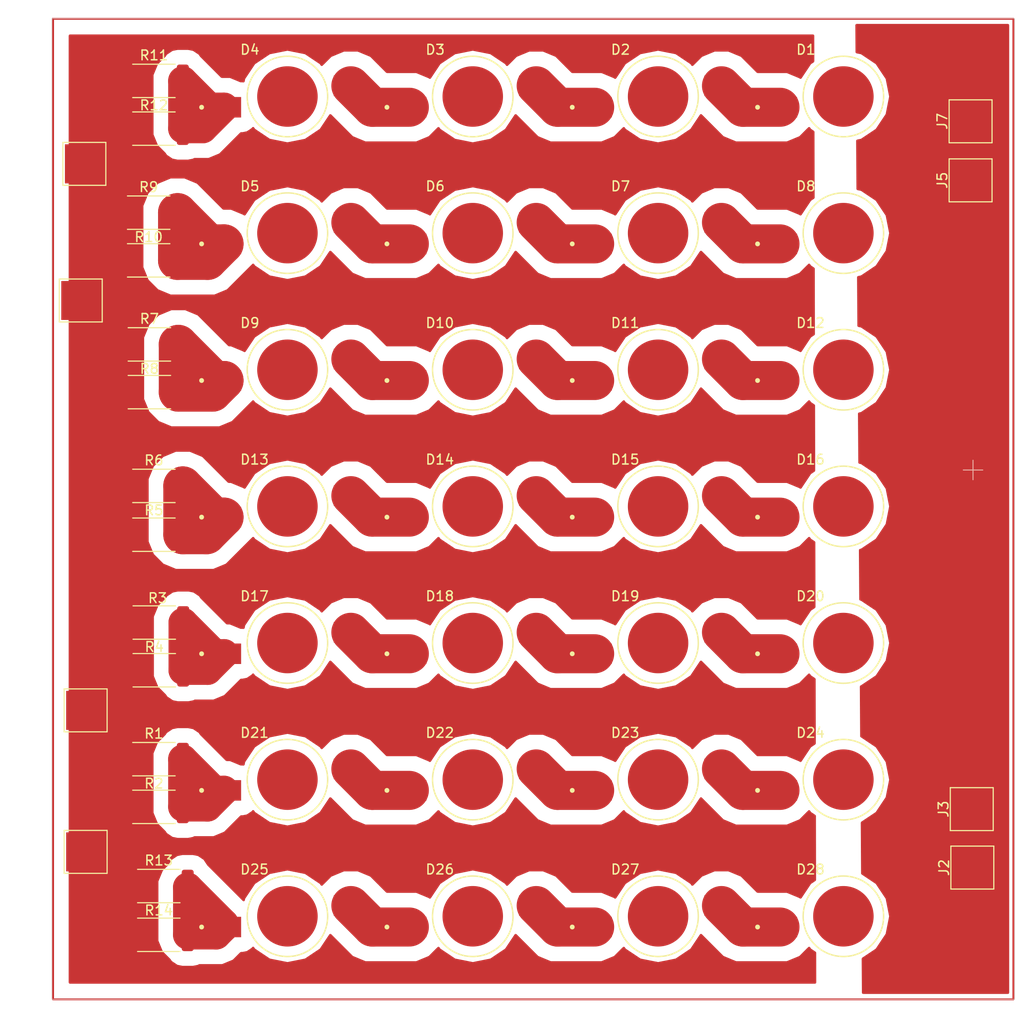
<source format=kicad_pcb>
(kicad_pcb (version 20240108) (generator "pcbnew") (generator_version "8.0")
  (layers (0 "F.Cu" signal) (31 "B.Cu" signal) (34 "B.Paste" user) (35 "F.Paste" user) (36 "B.SilkS" user "B.Silkscreen") (37 "F.SilkS" user "F.Silkscreen") (38 "B.Mask" user) (39 "F.Mask" user) (44 "Edge.Cuts" user))
  (net 0 "")
  (net 1 "GND")
  (net 2 "+12V")
  (net 3 "Net-(D1-K)")
  (net 4 "Net-(D2-K)")
  (net 5 "Net-(D5-A)")
  (net 6 "Net-(D7-A)")
  (net 7 "Net-(D5-K)")
  (net 8 "Net-(D10-A)")
  (net 9 "Net-(D11-A)")
  (net 10 "Net-(D13-A)")
  (net 11 "Net-(D14-A)")
  (net 12 "Net-(D6-A)")
  (net 13 "Net-(D17-A)")
  (net 14 "Net-(D19-A)")
  (net 15 "Net-(D22-A)")
  (net 16 "Net-(D23-A)")
  (net 17 "Net-(D3-K)")
  (net 18 "Net-(D4-K)")
  (net 19 "Net-(D9-K)")
  (net 20 "Net-(D10-K)")
  (net 21 "Net-(D13-K)")
  (net 22 "Net-(D15-A)")
  (net 23 "Net-(D17-K)")
  (net 24 "Net-(D18-A)")
  (net 25 "Net-(D21-K)")
  (net 26 "Net-(D21-A)")
  (net 27 "Net-(D25-K)")
  (net 28 "Net-(D25-A)")
  (net 29 "Net-(D26-A)")
  (net 30 "Net-(D27-A)")
  (footprint "TestPoint:TestPoint_Pad_4.0x4.0mm" (layer "F.Cu") (at 294.37 107 90)
    (property "Reference" "J8" (hide yes))
    (property "Value" "Conn_01x01" (hide yes))
    (fp_line (start 2.2 -2.2) (end 2.2 2.2) (stroke (width 0.12)) (layer "F.SilkS"))
    (fp_line (start -2.2 -2.2) (end 2.2 -2.2) (stroke (width 0.12)) (layer "F.SilkS"))
    (fp_line (start 2.2 2.2) (end -2.2 2.2) (stroke (width 0.12)) (layer "F.SilkS"))
    (fp_line (start -2.2 2.2) (end -2.2 -2.2) (stroke (width 0.12)) (layer "F.SilkS"))
    (pad "1" smd rect (at 0 0 90) (size 4 4) (layers "F.Cu" "F.Mask") (net 1 "GND"))
  )
  (footprint "Resistor_SMD:R_2512_6332Metric" (layer "F.Cu") (at 301.5 145)
    (property "Reference" "R5" (at 0 -2.5 0) (layer "F.SilkS"))
    (property "Value" "R")
    (fp_line (start -2.177064 -1.71) (end 2.177064 -1.71) (stroke (width 0.12)) (layer "F.SilkS"))
    (fp_line (start -2.177064 1.71) (end 2.177064 1.71) (stroke (width 0.12)) (layer "F.SilkS"))
    (pad "1" smd roundrect (at -2.9625 0) (size 1.225 3.35) (layers "F.Cu" "F.Paste" "F.Mask") (roundrect_rratio 0.204082) (net 1 "GND"))
    (pad "2" smd roundrect (at 2.9625 0) (size 1.225 3.35) (layers "F.Cu" "F.Paste" "F.Mask") (roundrect_rratio 0.204082) (net 21 "Net-(D13-K)"))
  )
  (footprint "Resistor_SMD:R_2512_6332Metric" (layer "F.Cu") (at 302 186)
    (property "Reference" "R14" (at 0 -2.5 0) (layer "F.SilkS"))
    (property "Value" "R")
    (fp_line (start -2.177064 -1.71) (end 2.177064 -1.71) (stroke (width 0.12)) (layer "F.SilkS"))
    (fp_line (start -2.177064 1.71) (end 2.177064 1.71) (stroke (width 0.12)) (layer "F.SilkS"))
    (pad "1" smd roundrect (at -2.9625 0) (size 1.225 3.35) (layers "F.Cu" "F.Paste" "F.Mask") (roundrect_rratio 0.204082) (net 1 "GND"))
    (pad "2" smd roundrect (at 2.9625 0) (size 1.225 3.35) (layers "F.Cu" "F.Paste" "F.Mask") (roundrect_rratio 0.204082) (net 27 "Net-(D25-K)"))
  )
  (footprint "eec.models:Lumex-SML-LXL8047USBCTR3-MFG" (layer "F.Cu") (at 353.19 142.1)
    (property "Reference" "D15" (at -4.925 -4.8 0) (layer "F.SilkS") (effects (justify left)))
    (property "Value" "LED")
    (fp_circle (center -8.8 1.1) (end -8.675 1.1) (stroke (width 0.25)) (fill none) (layer "F.SilkS"))
    (fp_circle (center 0 0) (end 4.125 0) (stroke (width 0.15)) (fill none) (layer "F.SilkS"))
    (pad "1" smd rect (at -6.5 1.1) (size 3.5 2.1) (layers "F.Cu" "F.Paste" "F.Mask") (net 11 "Net-(D14-A)"))
    (pad "2" smd rect (at 6.5 -1.1) (size 3.5 2.1) (layers "F.Cu" "F.Paste" "F.Mask") (net 22 "Net-(D15-A)"))
    (pad "3" smd circle (at 0 0) (size 6.2 6.2) (layers "F.Cu" "F.Paste" "F.Mask"))
  )
  (footprint "Resistor_SMD:R_2512_6332Metric" (layer "F.Cu") (at 301.0375 130.39)
    (property "Reference" "R8" (at 0 -2.39 0) (layer "F.SilkS"))
    (property "Value" "R")
    (fp_line (start -2.177064 -1.71) (end 2.177064 -1.71) (stroke (width 0.12)) (layer "F.SilkS"))
    (fp_line (start -2.177064 1.71) (end 2.177064 1.71) (stroke (width 0.12)) (layer "F.SilkS"))
    (pad "1" smd roundrect (at -2.9625 0) (size 1.225 3.35) (layers "F.Cu" "F.Paste" "F.Mask") (roundrect_rratio 0.204082) (net 1 "GND"))
    (pad "2" smd roundrect (at 2.9625 0) (size 1.225 3.35) (layers "F.Cu" "F.Paste" "F.Mask") (roundrect_rratio 0.204082) (net 19 "Net-(D9-K)"))
  )
  (footprint "eec.models:Lumex-SML-LXL8047USBCTR3-MFG" (layer "F.Cu") (at 334.19 114.1)
    (property "Reference" "D6" (at -4.925 -4.8 0) (layer "F.SilkS") (effects (justify left)))
    (property "Value" "LED")
    (fp_circle (center -8.8 1.1) (end -8.675 1.1) (stroke (width 0.25)) (fill none) (layer "F.SilkS"))
    (fp_circle (center 0 0) (end 4.125 0) (stroke (width 0.15)) (fill none) (layer "F.SilkS"))
    (pad "1" smd rect (at -6.5 1.1) (size 3.5 2.1) (layers "F.Cu" "F.Paste" "F.Mask") (net 5 "Net-(D5-A)"))
    (pad "2" smd rect (at 6.5 -1.1) (size 3.5 2.1) (layers "F.Cu" "F.Paste" "F.Mask") (net 12 "Net-(D6-A)"))
    (pad "3" smd circle (at 0 0) (size 6.2 6.2) (layers "F.Cu" "F.Paste" "F.Mask"))
  )
  (footprint "eec.models:Lumex-SML-LXL8047USBCTR3-MFG" (layer "F.Cu") (at 315.19 114.1)
    (property "Reference" "D5" (at -4.925 -4.8 0) (layer "F.SilkS") (effects (justify left)))
    (property "Value" "LED")
    (fp_circle (center -8.8 1.1) (end -8.675 1.1) (stroke (width 0.25)) (fill none) (layer "F.SilkS"))
    (fp_circle (center 0 0) (end 4.125 0) (stroke (width 0.15)) (fill none) (layer "F.SilkS"))
    (pad "1" smd rect (at -6.5 1.1) (size 3.5 2.1) (layers "F.Cu" "F.Paste" "F.Mask") (net 7 "Net-(D5-K)"))
    (pad "2" smd rect (at 6.5 -1.1) (size 3.5 2.1) (layers "F.Cu" "F.Paste" "F.Mask") (net 5 "Net-(D5-A)"))
    (pad "3" smd circle (at 0 0) (size 6.2 6.2) (layers "F.Cu" "F.Paste" "F.Mask"))
  )
  (footprint "eec.models:Lumex-SML-LXL8047USBCTR3-MFG" (layer "F.Cu") (at 372.19 128.1)
    (property "Reference" "D12" (at -4.925 -4.8 0) (layer "F.SilkS") (effects (justify left)))
    (property "Value" "LED")
    (fp_circle (center -8.8 1.1) (end -8.675 1.1) (stroke (width 0.25)) (fill none) (layer "F.SilkS"))
    (fp_circle (center 0 0) (end 4.125 0) (stroke (width 0.15)) (fill none) (layer "F.SilkS"))
    (pad "1" smd rect (at -6.5 1.1) (size 3.5 2.1) (layers "F.Cu" "F.Paste" "F.Mask") (net 9 "Net-(D11-A)"))
    (pad "2" smd rect (at 6.5 -1.1) (size 3.5 2.1) (layers "F.Cu" "F.Paste" "F.Mask") (net 2 "+12V"))
    (pad "3" smd circle (at 0 0) (size 6.2 6.2) (layers "F.Cu" "F.Paste" "F.Mask"))
  )
  (footprint "Resistor_SMD:R_2512_6332Metric" (layer "F.Cu") (at 301.0375 125.5)
    (property "Reference" "R7" (at 0 -2.62 0) (layer "F.SilkS"))
    (property "Value" "R")
    (fp_line (start -2.177064 -1.71) (end 2.177064 -1.71) (stroke (width 0.12)) (layer "F.SilkS"))
    (fp_line (start -2.177064 1.71) (end 2.177064 1.71) (stroke (width 0.12)) (layer "F.SilkS"))
    (pad "1" smd roundrect (at -2.9625 0) (size 1.225 3.35) (layers "F.Cu" "F.Paste" "F.Mask") (roundrect_rratio 0.204082) (net 1 "GND"))
    (pad "2" smd roundrect (at 2.9625 0) (size 1.225 3.35) (layers "F.Cu" "F.Paste" "F.Mask") (roundrect_rratio 0.204082) (net 19 "Net-(D9-K)"))
  )
  (footprint "TestPoint:TestPoint_Pad_4.0x4.0mm" (layer "F.Cu") (at 385.23 108.69 90)
    (property "Reference" "J5" (at 0 -2.898 90) (layer "F.SilkS"))
    (property "Value" "Conn_01x01" (hide yes))
    (fp_line (start 2.2 -2.2) (end 2.2 2.2) (stroke (width 0.12)) (layer "F.SilkS"))
    (fp_line (start -2.2 -2.2) (end 2.2 -2.2) (stroke (width 0.12)) (layer "F.SilkS"))
    (fp_line (start 2.2 2.2) (end -2.2 2.2) (stroke (width 0.12)) (layer "F.SilkS"))
    (fp_line (start -2.2 2.2) (end -2.2 -2.2) (stroke (width 0.12)) (layer "F.SilkS"))
    (pad "1" smd rect (at 0 0 90) (size 4 4) (layers "F.Cu" "F.Mask") (net 2 "+12V"))
  )
  (footprint "eec.models:Lumex-SML-LXL8047USBCTR3-MFG" (layer "F.Cu") (at 372.19 142.1)
    (property "Reference" "D16" (at -4.925 -4.8 0) (layer "F.SilkS") (effects (justify left)))
    (property "Value" "LED")
    (fp_circle (center -8.8 1.1) (end -8.675 1.1) (stroke (width 0.25)) (fill none) (layer "F.SilkS"))
    (fp_circle (center 0 0) (end 4.125 0) (stroke (width 0.15)) (fill none) (layer "F.SilkS"))
    (pad "1" smd rect (at -6.5 1.1) (size 3.5 2.1) (layers "F.Cu" "F.Paste" "F.Mask") (net 22 "Net-(D15-A)"))
    (pad "2" smd rect (at 6.5 -1.1) (size 3.5 2.1) (layers "F.Cu" "F.Paste" "F.Mask") (net 2 "+12V"))
    (pad "3" smd circle (at 0 0) (size 6.2 6.2) (layers "F.Cu" "F.Paste" "F.Mask"))
  )
  (footprint "eec.models:Lumex-SML-LXL8047USBCTR3-MFG" (layer "F.Cu") (at 353.19 170.1)
    (property "Reference" "D23" (at -4.925 -4.8 0) (layer "F.SilkS") (effects (justify left)))
    (property "Value" "LED")
    (fp_circle (center -8.8 1.1) (end -8.675 1.1) (stroke (width 0.25)) (fill none) (layer "F.SilkS"))
    (fp_circle (center 0 0) (end 4.125 0) (stroke (width 0.15)) (fill none) (layer "F.SilkS"))
    (pad "1" smd rect (at -6.5 1.1) (size 3.5 2.1) (layers "F.Cu" "F.Paste" "F.Mask") (net 15 "Net-(D22-A)"))
    (pad "2" smd rect (at 6.5 -1.1) (size 3.5 2.1) (layers "F.Cu" "F.Paste" "F.Mask") (net 16 "Net-(D23-A)"))
    (pad "3" smd circle (at 0 0) (size 6.2 6.2) (layers "F.Cu" "F.Paste" "F.Mask"))
  )
  (footprint "Resistor_SMD:R_2512_6332Metric" (layer "F.Cu") (at 300.9625 116.89)
    (property "Reference" "R10" (at 0 -2.39 0) (layer "F.SilkS"))
    (property "Value" "R")
    (fp_line (start -2.177064 -1.71) (end 2.177064 -1.71) (stroke (width 0.12)) (layer "F.SilkS"))
    (fp_line (start -2.177064 1.71) (end 2.177064 1.71) (stroke (width 0.12)) (layer "F.SilkS"))
    (pad "1" smd roundrect (at -2.9625 0) (size 1.225 3.35) (layers "F.Cu" "F.Paste" "F.Mask") (roundrect_rratio 0.204082) (net 1 "GND"))
    (pad "2" smd roundrect (at 2.9625 0) (size 1.225 3.35) (layers "F.Cu" "F.Paste" "F.Mask") (roundrect_rratio 0.204082) (net 7 "Net-(D5-K)"))
  )
  (footprint "Resistor_SMD:R_2512_6332Metric" (layer "F.Cu") (at 300.9625 112)
    (property "Reference" "R9" (at 0 -2.62 0) (layer "F.SilkS"))
    (property "Value" "R")
    (fp_line (start -2.177064 -1.71) (end 2.177064 -1.71) (stroke (width 0.12)) (layer "F.SilkS"))
    (fp_line (start -2.177064 1.71) (end 2.177064 1.71) (stroke (width 0.12)) (layer "F.SilkS"))
    (pad "1" smd roundrect (at -2.9625 0) (size 1.225 3.35) (layers "F.Cu" "F.Paste" "F.Mask") (roundrect_rratio 0.204082) (net 1 "GND"))
    (pad "2" smd roundrect (at 2.9625 0) (size 1.225 3.35) (layers "F.Cu" "F.Paste" "F.Mask") (roundrect_rratio 0.204082) (net 7 "Net-(D5-K)"))
  )
  (footprint "eec.models:Lumex-SML-LXL8047USBCTR3-MFG" (layer "F.Cu") (at 334.19 100.1)
    (property "Reference" "D3" (at -4.925 -4.8 0) (layer "F.SilkS") (effects (justify left)))
    (property "Value" "LED")
    (fp_circle (center -8.8 1.1) (end -8.675 1.1) (stroke (width 0.25)) (fill none) (layer "F.SilkS"))
    (fp_circle (center 0 0) (end 4.125 0) (stroke (width 0.15)) (fill none) (layer "F.SilkS"))
    (pad "1" smd rect (at -6.5 1.1) (size 3.5 2.1) (layers "F.Cu" "F.Paste" "F.Mask") (net 17 "Net-(D3-K)"))
    (pad "2" smd rect (at 6.5 -1.1) (size 3.5 2.1) (layers "F.Cu" "F.Paste" "F.Mask") (net 4 "Net-(D2-K)"))
    (pad "3" smd circle (at 0 0) (size 6.2 6.2) (layers "F.Cu" "F.Paste" "F.Mask"))
  )
  (footprint "eec.models:Lumex-SML-LXL8047USBCTR3-MFG" (layer "F.Cu") (at 334.19 142.1)
    (property "Reference" "D14" (at -4.925 -4.8 0) (layer "F.SilkS") (effects (justify left)))
    (property "Value" "LED")
    (fp_circle (center -8.8 1.1) (end -8.675 1.1) (stroke (width 0.25)) (fill none) (layer "F.SilkS"))
    (fp_circle (center 0 0) (end 4.125 0) (stroke (width 0.15)) (fill none) (layer "F.SilkS"))
    (pad "1" smd rect (at -6.5 1.1) (size 3.5 2.1) (layers "F.Cu" "F.Paste" "F.Mask") (net 10 "Net-(D13-A)"))
    (pad "2" smd rect (at 6.5 -1.1) (size 3.5 2.1) (layers "F.Cu" "F.Paste" "F.Mask") (net 11 "Net-(D14-A)"))
    (pad "3" smd circle (at 0 0) (size 6.2 6.2) (layers "F.Cu" "F.Paste" "F.Mask"))
  )
  (footprint "eec.models:Lumex-SML-LXL8047USBCTR3-MFG" (layer "F.Cu") (at 334.19 128.1)
    (property "Reference" "D10" (at -4.925 -4.8 0) (layer "F.SilkS") (effects (justify left)))
    (property "Value" "LED")
    (fp_circle (center -8.8 1.1) (end -8.675 1.1) (stroke (width 0.25)) (fill none) (layer "F.SilkS"))
    (fp_circle (center 0 0) (end 4.125 0) (stroke (width 0.15)) (fill none) (layer "F.SilkS"))
    (pad "1" smd rect (at -6.5 1.1) (size 3.5 2.1) (layers "F.Cu" "F.Paste" "F.Mask") (net 20 "Net-(D10-K)"))
    (pad "2" smd rect (at 6.5 -1.1) (size 3.5 2.1) (layers "F.Cu" "F.Paste" "F.Mask") (net 8 "Net-(D10-A)"))
    (pad "3" smd circle (at 0 0) (size 6.2 6.2) (layers "F.Cu" "F.Paste" "F.Mask"))
  )
  (footprint "TestPoint:TestPoint_Pad_4.0x4.0mm" (layer "F.Cu") (at 385.23 102.64 90)
    (property "Reference" "J7" (at 0 -2.898 90) (layer "F.SilkS"))
    (property "Value" "Conn_01x01" (hide yes))
    (fp_line (start 2.2 -2.2) (end 2.2 2.2) (stroke (width 0.12)) (layer "F.SilkS"))
    (fp_line (start -2.2 -2.2) (end 2.2 -2.2) (stroke (width 0.12)) (layer "F.SilkS"))
    (fp_line (start 2.2 2.2) (end -2.2 2.2) (stroke (width 0.12)) (layer "F.SilkS"))
    (fp_line (start -2.2 2.2) (end -2.2 -2.2) (stroke (width 0.12)) (layer "F.SilkS"))
    (pad "1" smd rect (at 0 0 90) (size 4 4) (layers "F.Cu" "F.Mask") (net 2 "+12V"))
  )
  (footprint "Resistor_SMD:R_2512_6332Metric" (layer "F.Cu") (at 301.5 103.39)
    (property "Reference" "R12" (at 0 -2.39 0) (layer "F.SilkS"))
    (property "Value" "R")
    (fp_line (start -2.177064 -1.71) (end 2.177064 -1.71) (stroke (width 0.12)) (layer "F.SilkS"))
    (fp_line (start -2.177064 1.71) (end 2.177064 1.71) (stroke (width 0.12)) (layer "F.SilkS"))
    (pad "1" smd roundrect (at -2.9625 0) (size 1.225 3.35) (layers "F.Cu" "F.Paste" "F.Mask") (roundrect_rratio 0.204082) (net 1 "GND"))
    (pad "2" smd roundrect (at 2.9625 0) (size 1.225 3.35) (layers "F.Cu" "F.Paste" "F.Mask") (roundrect_rratio 0.204082) (net 18 "Net-(D4-K)"))
  )
  (footprint "TestPoint:TestPoint_Pad_4.0x4.0mm" (layer "F.Cu") (at 385.41 179.11 90)
    (property "Reference" "J2" (at 0 -2.898 90) (layer "F.SilkS"))
    (property "Value" "Conn_01x01" (hide yes))
    (fp_line (start 2.2 -2.2) (end 2.2 2.2) (stroke (width 0.12)) (layer "F.SilkS"))
    (fp_line (start -2.2 -2.2) (end 2.2 -2.2) (stroke (width 0.12)) (layer "F.SilkS"))
    (fp_line (start 2.2 2.2) (end -2.2 2.2) (stroke (width 0.12)) (layer "F.SilkS"))
    (fp_line (start -2.2 2.2) (end -2.2 -2.2) (stroke (width 0.12)) (layer "F.SilkS"))
    (pad "1" smd rect (at 0 0 90) (size 4 4) (layers "F.Cu" "F.Mask") (net 2 "+12V"))
  )
  (footprint "eec.models:Lumex-SML-LXL8047USBCTR3-MFG" (layer "F.Cu") (at 315.19 156.1)
    (property "Reference" "D17" (at -4.925 -4.8 0) (layer "F.SilkS") (effects (justify left)))
    (property "Value" "LED")
    (fp_circle (center -8.8 1.1) (end -8.675 1.1) (stroke (width 0.25)) (fill none) (layer "F.SilkS"))
    (fp_circle (center 0 0) (end 4.125 0) (stroke (width 0.15)) (fill none) (layer "F.SilkS"))
    (pad "1" smd rect (at -6.5 1.1) (size 3.5 2.1) (layers "F.Cu" "F.Paste" "F.Mask") (net 23 "Net-(D17-K)"))
    (pad "2" smd rect (at 6.5 -1.1) (size 3.5 2.1) (layers "F.Cu" "F.Paste" "F.Mask") (net 13 "Net-(D17-A)"))
    (pad "3" smd circle (at 0 0) (size 6.2 6.2) (layers "F.Cu" "F.Paste" "F.Mask"))
  )
  (footprint "Resistor_SMD:R_2512_6332Metric" (layer "F.Cu") (at 301.5 98.5)
    (property "Reference" "R11" (at 0 -2.62 0) (layer "F.SilkS"))
    (property "Value" "R")
    (fp_line (start -2.177064 -1.71) (end 2.177064 -1.71) (stroke (width 0.12)) (layer "F.SilkS"))
    (fp_line (start -2.177064 1.71) (end 2.177064 1.71) (stroke (width 0.12)) (layer "F.SilkS"))
    (pad "1" smd roundrect (at -2.9625 0) (size 1.225 3.35) (layers "F.Cu" "F.Paste" "F.Mask") (roundrect_rratio 0.204082) (net 1 "GND"))
    (pad "2" smd roundrect (at 2.9625 0) (size 1.225 3.35) (layers "F.Cu" "F.Paste" "F.Mask") (roundrect_rratio 0.204082) (net 18 "Net-(D4-K)"))
  )
  (footprint "TestPoint:TestPoint_Pad_4.0x4.0mm" (layer "F.Cu") (at 385.35 173.12 90)
    (property "Reference" "J3" (at 0 -2.898 90) (layer "F.SilkS"))
    (property "Value" "Conn_01x01" (hide yes))
    (fp_line (start 2.2 -2.2) (end 2.2 2.2) (stroke (width 0.12)) (layer "F.SilkS"))
    (fp_line (start -2.2 -2.2) (end 2.2 -2.2) (stroke (width 0.12)) (layer "F.SilkS"))
    (fp_line (start 2.2 2.2) (end -2.2 2.2) (stroke (width 0.12)) (layer "F.SilkS"))
    (fp_line (start -2.2 2.2) (end -2.2 -2.2) (stroke (width 0.12)) (layer "F.SilkS"))
    (pad "1" smd rect (at 0 0 90) (size 4 4) (layers "F.Cu" "F.Mask") (net 2 "+12V"))
  )
  (footprint "eec.models:Lumex-SML-LXL8047USBCTR3-MFG" (layer "F.Cu") (at 315.19 184.1)
    (property "Reference" "D25" (at -4.925 -4.8 0) (layer "F.SilkS") (effects (justify left)))
    (property "Value" "LED")
    (fp_circle (center -8.8 1.1) (end -8.675 1.1) (stroke (width 0.25)) (fill none) (layer "F.SilkS"))
    (fp_circle (center 0 0) (end 4.125 0) (stroke (width 0.15)) (fill none) (layer "F.SilkS"))
    (pad "1" smd rect (at -6.5 1.1) (size 3.5 2.1) (layers "F.Cu" "F.Paste" "F.Mask") (net 27 "Net-(D25-K)"))
    (pad "2" smd rect (at 6.5 -1.1) (size 3.5 2.1) (layers "F.Cu" "F.Paste" "F.Mask") (net 28 "Net-(D25-A)"))
    (pad "3" smd circle (at 0 0) (size 6.2 6.2) (layers "F.Cu" "F.Paste" "F.Mask"))
  )
  (footprint "eec.models:Lumex-SML-LXL8047USBCTR3-MFG" (layer "F.Cu") (at 353.19 100.1)
    (property "Reference" "D2" (at -4.925 -4.8 0) (layer "F.SilkS") (effects (justify left)))
    (property "Value" "LED")
    (fp_circle (center -8.8 1.1) (end -8.675 1.1) (stroke (width 0.25)) (fill none) (layer "F.SilkS"))
    (fp_circle (center 0 0) (end 4.125 0) (stroke (width 0.15)) (fill none) (layer "F.SilkS"))
    (pad "1" smd rect (at -6.5 1.1) (size 3.5 2.1) (layers "F.Cu" "F.Paste" "F.Mask") (net 4 "Net-(D2-K)"))
    (pad "2" smd rect (at 6.5 -1.1) (size 3.5 2.1) (layers "F.Cu" "F.Paste" "F.Mask") (net 3 "Net-(D1-K)"))
    (pad "3" smd circle (at 0 0) (size 6.2 6.2) (layers "F.Cu" "F.Paste" "F.Mask"))
  )
  (footprint "Resistor_SMD:R_2512_6332Metric" (layer "F.Cu") (at 302 181)
    (property "Reference" "R13" (at 0 -2.62 0) (layer "F.SilkS"))
    (property "Value" "R")
    (fp_line (start -2.177064 -1.71) (end 2.177064 -1.71) (stroke (width 0.12)) (layer "F.SilkS"))
    (fp_line (start -2.177064 1.71) (end 2.177064 1.71) (stroke (width 0.12)) (layer "F.SilkS"))
    (pad "1" smd roundrect (at -2.9625 0) (size 1.225 3.35) (layers "F.Cu" "F.Paste" "F.Mask") (roundrect_rratio 0.204082) (net 1 "GND"))
    (pad "2" smd roundrect (at 2.9625 0) (size 1.225 3.35) (layers "F.Cu" "F.Paste" "F.Mask") (roundrect_rratio 0.204082) (net 27 "Net-(D25-K)"))
  )
  (footprint "eec.models:Lumex-SML-LXL8047USBCTR3-MFG" (layer "F.Cu") (at 372.19 114.1)
    (property "Reference" "D8" (at -4.925 -4.8 0) (layer "F.SilkS") (effects (justify left)))
    (property "Value" "LED")
    (fp_circle (center -8.8 1.1) (end -8.675 1.1) (stroke (width 0.25)) (fill none) (layer "F.SilkS"))
    (fp_circle (center 0 0) (end 4.125 0) (stroke (width 0.15)) (fill none) (layer "F.SilkS"))
    (pad "1" smd rect (at -6.5 1.1) (size 3.5 2.1) (layers "F.Cu" "F.Paste" "F.Mask") (net 6 "Net-(D7-A)"))
    (pad "2" smd rect (at 6.5 -1.1) (size 3.5 2.1) (layers "F.Cu" "F.Paste" "F.Mask") (net 2 "+12V"))
    (pad "3" smd circle (at 0 0) (size 6.2 6.2) (layers "F.Cu" "F.Paste" "F.Mask"))
  )
  (footprint "TestPoint:TestPoint_Pad_4.0x4.0mm" (layer "F.Cu") (at 294.5 177.5 90)
    (property "Reference" "J4" (hide yes))
    (property "Value" "Conn_01x01" (hide yes))
    (fp_line (start 2.2 -2.2) (end 2.2 2.2) (stroke (width 0.12)) (layer "F.SilkS"))
    (fp_line (start -2.2 -2.2) (end 2.2 -2.2) (stroke (width 0.12)) (layer "F.SilkS"))
    (fp_line (start 2.2 2.2) (end -2.2 2.2) (stroke (width 0.12)) (layer "F.SilkS"))
    (fp_line (start -2.2 2.2) (end -2.2 -2.2) (stroke (width 0.12)) (layer "F.SilkS"))
    (pad "1" smd rect (at 0 0 90) (size 4 4) (layers "F.Cu" "F.Mask") (net 1 "GND"))
  )
  (footprint "eec.models:Lumex-SML-LXL8047USBCTR3-MFG" (layer "F.Cu") (at 334.19 156.1)
    (property "Reference" "D18" (at -4.925 -4.8 0) (layer "F.SilkS") (effects (justify left)))
    (property "Value" "LED")
    (fp_circle (center -8.8 1.1) (end -8.675 1.1) (stroke (width 0.25)) (fill none) (layer "F.SilkS"))
    (fp_circle (center 0 0) (end 4.125 0) (stroke (width 0.15)) (fill none) (layer "F.SilkS"))
    (pad "1" smd rect (at -6.5 1.1) (size 3.5 2.1) (layers "F.Cu" "F.Paste" "F.Mask") (net 13 "Net-(D17-A)"))
    (pad "2" smd rect (at 6.5 -1.1) (size 3.5 2.1) (layers "F.Cu" "F.Paste" "F.Mask") (net 24 "Net-(D18-A)"))
    (pad "3" smd circle (at 0 0) (size 6.2 6.2) (layers "F.Cu" "F.Paste" "F.Mask"))
  )
  (footprint "eec.models:Lumex-SML-LXL8047USBCTR3-MFG" (layer "F.Cu") (at 353.19 184.1)
    (property "Reference" "D27" (at -4.925 -4.8 0) (layer "F.SilkS") (effects (justify left)))
    (property "Value" "LED")
    (fp_circle (center -8.8 1.1) (end -8.675 1.1) (stroke (width 0.25)) (fill none) (layer "F.SilkS"))
    (fp_circle (center 0 0) (end 4.125 0) (stroke (width 0.15)) (fill none) (layer "F.SilkS"))
    (pad "1" smd rect (at -6.5 1.1) (size 3.5 2.1) (layers "F.Cu" "F.Paste" "F.Mask") (net 29 "Net-(D26-A)"))
    (pad "2" smd rect (at 6.5 -1.1) (size 3.5 2.1) (layers "F.Cu" "F.Paste" "F.Mask") (net 30 "Net-(D27-A)"))
    (pad "3" smd circle (at 0 0) (size 6.2 6.2) (layers "F.Cu" "F.Paste" "F.Mask"))
  )
  (footprint "eec.models:Lumex-SML-LXL8047USBCTR3-MFG" (layer "F.Cu") (at 353.19 156.1)
    (property "Reference" "D19" (at -4.925 -4.8 0) (layer "F.SilkS") (effects (justify left)))
    (property "Value" "LED")
    (fp_circle (center -8.8 1.1) (end -8.675 1.1) (stroke (width 0.25)) (fill none) (layer "F.SilkS"))
    (fp_circle (center 0 0) (end 4.125 0) (stroke (width 0.15)) (fill none) (layer "F.SilkS"))
    (pad "1" smd rect (at -6.5 1.1) (size 3.5 2.1) (layers "F.Cu" "F.Paste" "F.Mask") (net 24 "Net-(D18-A)"))
    (pad "2" smd rect (at 6.5 -1.1) (size 3.5 2.1) (layers "F.Cu" "F.Paste" "F.Mask") (net 14 "Net-(D19-A)"))
    (pad "3" smd circle (at 0 0) (size 6.2 6.2) (layers "F.Cu" "F.Paste" "F.Mask"))
  )
  (footprint "eec.models:Lumex-SML-LXL8047USBCTR3-MFG" (layer "F.Cu") (at 372.19 100.1)
    (property "Reference" "D1" (at -4.925 -4.8 0) (layer "F.SilkS") (effects (justify left)))
    (property "Value" "LED")
    (fp_circle (center -8.8 1.1) (end -8.675 1.1) (stroke (width 0.25)) (fill none) (layer "F.SilkS"))
    (fp_circle (center 0 0) (end 4.125 0) (stroke (width 0.15)) (fill none) (layer "F.SilkS"))
    (pad "1" smd rect (at -6.5 1.1) (size 3.5 2.1) (layers "F.Cu" "F.Paste" "F.Mask") (net 3 "Net-(D1-K)"))
    (pad "2" smd rect (at 6.5 -1.1) (size 3.5 2.1) (layers "F.Cu" "F.Paste" "F.Mask") (net 2 "+12V"))
    (pad "3" smd circle (at 0 0) (size 6.2 6.2) (layers "F.Cu" "F.Paste" "F.Mask"))
  )
  (footprint "eec.models:Lumex-SML-LXL8047USBCTR3-MFG" (layer "F.Cu") (at 315.19 128.1)
    (property "Reference" "D9" (at -4.925 -4.8 0) (layer "F.SilkS") (effects (justify left)))
    (property "Value" "LED")
    (fp_circle (center -8.8 1.1) (end -8.675 1.1) (stroke (width 0.25)) (fill none) (layer "F.SilkS"))
    (fp_circle (center 0 0) (end 4.125 0) (stroke (width 0.15)) (fill none) (layer "F.SilkS"))
    (pad "1" smd rect (at -6.5 1.1) (size 3.5 2.1) (layers "F.Cu" "F.Paste" "F.Mask") (net 19 "Net-(D9-K)"))
    (pad "2" smd rect (at 6.5 -1.1) (size 3.5 2.1) (layers "F.Cu" "F.Paste" "F.Mask") (net 20 "Net-(D10-K)"))
    (pad "3" smd circle (at 0 0) (size 6.2 6.2) (layers "F.Cu" "F.Paste" "F.Mask"))
  )
  (footprint "eec.models:Lumex-SML-LXL8047USBCTR3-MFG" (layer "F.Cu") (at 372.19 184.1)
    (property "Reference" "D28" (at -4.925 -4.8 0) (layer "F.SilkS") (effects (justify left)))
    (property "Value" "LED")
    (fp_circle (center -8.8 1.1) (end -8.675 1.1) (stroke (width 0.25)) (fill none) (layer "F.SilkS"))
    (fp_circle (center 0 0) (end 4.125 0) (stroke (width 0.15)) (fill none) (layer "F.SilkS"))
    (pad "1" smd rect (at -6.5 1.1) (size 3.5 2.1) (layers "F.Cu" "F.Paste" "F.Mask") (net 30 "Net-(D27-A)"))
    (pad "2" smd rect (at 6.5 -1.1) (size 3.5 2.1) (layers "F.Cu" "F.Paste" "F.Mask") (net 2 "+12V"))
    (pad "3" smd circle (at 0 0) (size 6.2 6.2) (layers "F.Cu" "F.Paste" "F.Mask"))
  )
  (footprint "eec.models:Lumex-SML-LXL8047USBCTR3-MFG" (layer "F.Cu") (at 353.19 114.1)
    (property "Reference" "D7" (at -4.925 -4.8 0) (layer "F.SilkS") (effects (justify left)))
    (property "Value" "LED")
    (fp_circle (center -8.8 1.1) (end -8.675 1.1) (stroke (width 0.25)) (fill none) (layer "F.SilkS"))
    (fp_circle (center 0 0) (end 4.125 0) (stroke (width 0.15)) (fill none) (layer "F.SilkS"))
    (pad "1" smd rect (at -6.5 1.1) (size 3.5 2.1) (layers "F.Cu" "F.Paste" "F.Mask") (net 12 "Net-(D6-A)"))
    (pad "2" smd rect (at 6.5 -1.1) (size 3.5 2.1) (layers "F.Cu" "F.Paste" "F.Mask") (net 6 "Net-(D7-A)"))
    (pad "3" smd circle (at 0 0) (size 6.2 6.2) (layers "F.Cu" "F.Paste" "F.Mask"))
  )
  (footprint "eec.models:Lumex-SML-LXL8047USBCTR3-MFG" (layer "F.Cu") (at 334.19 184.1)
    (property "Reference" "D26" (at -4.925 -4.8 0) (layer "F.SilkS") (effects (justify left)))
    (property "Value" "LED")
    (fp_circle (center -8.8 1.1) (end -8.675 1.1) (stroke (width 0.25)) (fill none) (layer "F.SilkS"))
    (fp_circle (center 0 0) (end 4.125 0) (stroke (width 0.15)) (fill none) (layer "F.SilkS"))
    (pad "1" smd rect (at -6.5 1.1) (size 3.5 2.1) (layers "F.Cu" "F.Paste" "F.Mask") (net 28 "Net-(D25-A)"))
    (pad "2" smd rect (at 6.5 -1.1) (size 3.5 2.1) (layers "F.Cu" "F.Paste" "F.Mask") (net 29 "Net-(D26-A)"))
    (pad "3" smd circle (at 0 0) (size 6.2 6.2) (layers "F.Cu" "F.Paste" "F.Mask"))
  )
  (footprint "Resistor_SMD:R_2512_6332Metric" (layer "F.Cu") (at 301.5 172.89)
    (property "Reference" "R2" (at 0 -2.39 0) (layer "F.SilkS"))
    (property "Value" "R")
    (fp_line (start -2.177064 -1.71) (end 2.177064 -1.71) (stroke (width 0.12)) (layer "F.SilkS"))
    (fp_line (start -2.177064 1.71) (end 2.177064 1.71) (stroke (width 0.12)) (layer "F.SilkS"))
    (pad "1" smd roundrect (at -2.9625 0) (size 1.225 3.35) (layers "F.Cu" "F.Paste" "F.Mask") (roundrect_rratio 0.204082) (net 1 "GND"))
    (pad "2" smd roundrect (at 2.9625 0) (size 1.225 3.35) (layers "F.Cu" "F.Paste" "F.Mask") (roundrect_rratio 0.204082) (net 25 "Net-(D21-K)"))
  )
  (footprint "Resistor_SMD:R_2512_6332Metric" (layer "F.Cu") (at 301.5375 154)
    (property "Reference" "R3" (at 0.3425 -2.5 0) (layer "F.SilkS"))
    (property "Value" "R")
    (fp_line (start -2.177064 -1.71) (end 2.177064 -1.71) (stroke (width 0.12)) (layer "F.SilkS"))
    (fp_line (start -2.177064 1.71) (end 2.177064 1.71) (stroke (width 0.12)) (layer "F.SilkS"))
    (pad "1" smd roundrect (at -2.9625 0) (size 1.225 3.35) (layers "F.Cu" "F.Paste" "F.Mask") (roundrect_rratio 0.204082) (net 1 "GND"))
    (pad "2" smd roundrect (at 2.9625 0) (size 1.225 3.35) (layers "F.Cu" "F.Paste" "F.Mask") (roundrect_rratio 0.204082) (net 23 "Net-(D17-K)"))
  )
  (footprint "eec.models:Lumex-SML-LXL8047USBCTR3-MFG" (layer "F.Cu") (at 334.19 170.1)
    (property "Reference" "D22" (at -4.925 -4.8 0) (layer "F.SilkS") (effects (justify left)))
    (property "Value" "LED")
    (fp_circle (center -8.8 1.1) (end -8.675 1.1) (stroke (width 0.25)) (fill none) (layer "F.SilkS"))
    (fp_circle (center 0 0) (end 4.125 0) (stroke (width 0.15)) (fill none) (layer "F.SilkS"))
    (pad "1" smd rect (at -6.5 1.1) (size 3.5 2.1) (layers "F.Cu" "F.Paste" "F.Mask") (net 26 "Net-(D21-A)"))
    (pad "2" smd rect (at 6.5 -1.1) (size 3.5 2.1) (layers "F.Cu" "F.Paste" "F.Mask") (net 15 "Net-(D22-A)"))
    (pad "3" smd circle (at 0 0) (size 6.2 6.2) (layers "F.Cu" "F.Paste" "F.Mask"))
  )
  (footprint "Resistor_SMD:R_2512_6332Metric" (layer "F.Cu") (at 301.5 168)
    (property "Reference" "R1" (at 0 -2.62 0) (layer "F.SilkS"))
    (property "Value" "R")
    (fp_line (start -2.177064 -1.71) (end 2.177064 -1.71) (stroke (width 0.12)) (layer "F.SilkS"))
    (fp_line (start -2.177064 1.71) (end 2.177064 1.71) (stroke (width 0.12)) (layer "F.SilkS"))
    (pad "1" smd roundrect (at -2.9625 0) (size 1.225 3.35) (layers "F.Cu" "F.Paste" "F.Mask") (roundrect_rratio 0.204082) (net 1 "GND"))
    (pad "2" smd roundrect (at 2.9625 0) (size 1.225 3.35) (layers "F.Cu" "F.Paste" "F.Mask") (roundrect_rratio 0.204082) (net 25 "Net-(D21-K)"))
  )
  (footprint "TestPoint:TestPoint_Pad_4.0x4.0mm" (layer "F.Cu") (at 294.5 163 90)
    (property "Reference" "J6" (hide yes))
    (property "Value" "Conn_01x01" (hide yes))
    (fp_line (start 2.2 -2.2) (end 2.2 2.2) (stroke (width 0.12)) (layer "F.SilkS"))
    (fp_line (start -2.2 -2.2) (end 2.2 -2.2) (stroke (width 0.12)) (layer "F.SilkS"))
    (fp_line (start 2.2 2.2) (end -2.2 2.2) (stroke (width 0.12)) (layer "F.SilkS"))
    (fp_line (start -2.2 2.2) (end -2.2 -2.2) (stroke (width 0.12)) (layer "F.SilkS"))
    (pad "1" smd rect (at 0 0 90) (size 4 4) (layers "F.Cu" "F.Mask") (net 1 "GND"))
  )
  (footprint "eec.models:Lumex-SML-LXL8047USBCTR3-MFG" (layer "F.Cu") (at 315.19 100.1)
    (property "Reference" "D4" (at -4.925 -4.8 0) (layer "F.SilkS") (effects (justify left)))
    (property "Value" "LED")
    (fp_circle (center -8.8 1.1) (end -8.675 1.1) (stroke (width 0.25)) (fill none) (layer "F.SilkS"))
    (fp_circle (center 0 0) (end 4.125 0) (stroke (width 0.15)) (fill none) (layer "F.SilkS"))
    (pad "1" smd rect (at -6.5 1.1) (size 3.5 2.1) (layers "F.Cu" "F.Paste" "F.Mask") (net 18 "Net-(D4-K)"))
    (pad "2" smd rect (at 6.5 -1.1) (size 3.5 2.1) (layers "F.Cu" "F.Paste" "F.Mask") (net 17 "Net-(D3-K)"))
    (pad "3" smd circle (at 0 0) (size 6.2 6.2) (layers "F.Cu" "F.Paste" "F.Mask"))
  )
  (footprint "eec.models:Lumex-SML-LXL8047USBCTR3-MFG" (layer "F.Cu") (at 315.19 170.1)
    (property "Reference" "D21" (at -4.925 -4.8 0) (layer "F.SilkS") (effects (justify left)))
    (property "Value" "LED")
    (fp_circle (center -8.8 1.1) (end -8.675 1.1) (stroke (width 0.25)) (fill none) (layer "F.SilkS"))
    (fp_circle (center 0 0) (end 4.125 0) (stroke (width 0.15)) (fill none) (layer "F.SilkS"))
    (pad "1" smd rect (at -6.5 1.1) (size 3.5 2.1) (layers "F.Cu" "F.Paste" "F.Mask") (net 25 "Net-(D21-K)"))
    (pad "2" smd rect (at 6.5 -1.1) (size 3.5 2.1) (layers "F.Cu" "F.Paste" "F.Mask") (net 26 "Net-(D21-A)"))
    (pad "3" smd circle (at 0 0) (size 6.2 6.2) (layers "F.Cu" "F.Paste" "F.Mask"))
  )
  (footprint "TestPoint:TestPoint_Pad_4.0x4.0mm" (layer "F.Cu") (at 294 121 90)
    (property "Reference" "J1" (hide yes))
    (property "Value" "Conn_01x01" (hide yes))
    (fp_line (start 2.2 -2.2) (end 2.2 2.2) (stroke (width 0.12)) (layer "F.SilkS"))
    (fp_line (start -2.2 -2.2) (end 2.2 -2.2) (stroke (width 0.12)) (layer "F.SilkS"))
    (fp_line (start 2.2 2.2) (end -2.2 2.2) (stroke (width 0.12)) (layer "F.SilkS"))
    (fp_line (start -2.2 2.2) (end -2.2 -2.2) (stroke (width 0.12)) (layer "F.SilkS"))
    (pad "1" smd rect (at 0 0 90) (size 4 4) (layers "F.Cu" "F.Mask") (net 1 "GND"))
  )
  (footprint "eec.models:Lumex-SML-LXL8047USBCTR3-MFG" (layer "F.Cu") (at 315.19 142.1)
    (property "Reference" "D13" (at -4.925 -4.8 0) (layer "F.SilkS") (effects (justify left)))
    (property "Value" "LED")
    (fp_circle (center -8.8 1.1) (end -8.675 1.1) (stroke (width 0.25)) (fill none) (layer "F.SilkS"))
    (fp_circle (center 0 0) (end 4.125 0) (stroke (width 0.15)) (fill none) (layer "F.SilkS"))
    (pad "1" smd rect (at -6.5 1.1) (size 3.5 2.1) (layers "F.Cu" "F.Paste" "F.Mask") (net 21 "Net-(D13-K)"))
    (pad "2" smd rect (at 6.5 -1.1) (size 3.5 2.1) (layers "F.Cu" "F.Paste" "F.Mask") (net 10 "Net-(D13-A)"))
    (pad "3" smd circle (at 0 0) (size 6.2 6.2) (layers "F.Cu" "F.Paste" "F.Mask"))
  )
  (footprint "Resistor_SMD:R_2512_6332Metric" (layer "F.Cu") (at 301.5375 158.89)
    (property "Reference" "R4" (at 0 -2.39 0) (layer "F.SilkS"))
    (property "Value" "R")
    (fp_line (start -2.177064 -1.71) (end 2.177064 -1.71) (stroke (width 0.12)) (layer "F.SilkS"))
    (fp_line (start -2.177064 1.71) (end 2.177064 1.71) (stroke (width 0.12)) (layer "F.SilkS"))
    (pad "1" smd roundrect (at -2.9625 0) (size 1.225 3.35) (layers "F.Cu" "F.Paste" "F.Mask") (roundrect_rratio 0.204082) (net 1 "GND"))
    (pad "2" smd roundrect (at 2.9625 0) (size 1.225 3.35) (layers "F.Cu" "F.Paste" "F.Mask") (roundrect_rratio 0.204082) (net 23 "Net-(D17-K)"))
  )
  (footprint "eec.models:Lumex-SML-LXL8047USBCTR3-MFG" (layer "F.Cu") (at 372.19 156.1)
    (property "Reference" "D20" (at -4.925 -4.8 0) (layer "F.SilkS") (effects (justify left)))
    (property "Value" "LED")
    (fp_circle (center -8.8 1.1) (end -8.675 1.1) (stroke (width 0.25)) (fill none) (layer "F.SilkS"))
    (fp_circle (center 0 0) (end 4.125 0) (stroke (width 0.15)) (fill none) (layer "F.SilkS"))
    (pad "1" smd rect (at -6.5 1.1) (size 3.5 2.1) (layers "F.Cu" "F.Paste" "F.Mask") (net 14 "Net-(D19-A)"))
    (pad "2" smd rect (at 6.5 -1.1) (size 3.5 2.1) (layers "F.Cu" "F.Paste" "F.Mask") (net 2 "+12V"))
    (pad "3" smd circle (at 0 0) (size 6.2 6.2) (layers "F.Cu" "F.Paste" "F.Mask"))
  )
  (footprint "Resistor_SMD:R_2512_6332Metric" (layer "F.Cu") (at 301.5 140)
    (property "Reference" "R6" (at 0 -2.62 0) (layer "F.SilkS"))
    (property "Value" "R")
    (fp_line (start -2.177064 -1.71) (end 2.177064 -1.71) (stroke (width 0.12)) (layer "F.SilkS"))
    (fp_line (start -2.177064 1.71) (end 2.177064 1.71) (stroke (width 0.12)) (layer "F.SilkS"))
    (pad "1" smd roundrect (at -2.9625 0) (size 1.225 3.35) (layers "F.Cu" "F.Paste" "F.Mask") (roundrect_rratio 0.204082) (net 1 "GND"))
    (pad "2" smd roundrect (at 2.9625 0) (size 1.225 3.35) (layers "F.Cu" "F.Paste" "F.Mask") (roundrect_rratio 0.204082) (net 21 "Net-(D13-K)"))
  )
  (footprint "eec.models:Lumex-SML-LXL8047USBCTR3-MFG" (layer "F.Cu") (at 353.19 128.1)
    (property "Reference" "D11" (at -4.925 -4.8 0) (layer "F.SilkS") (effects (justify left)))
    (property "Value" "LED")
    (fp_circle (center -8.8 1.1) (end -8.675 1.1) (stroke (width 0.25)) (fill none) (layer "F.SilkS"))
    (fp_circle (center 0 0) (end 4.125 0) (stroke (width 0.15)) (fill none) (layer "F.SilkS"))
    (pad "1" smd rect (at -6.5 1.1) (size 3.5 2.1) (layers "F.Cu" "F.Paste" "F.Mask") (net 8 "Net-(D10-A)"))
    (pad "2" smd rect (at 6.5 -1.1) (size 3.5 2.1) (layers "F.Cu" "F.Paste" "F.Mask") (net 9 "Net-(D11-A)"))
    (pad "3" smd circle (at 0 0) (size 6.2 6.2) (layers "F.Cu" "F.Paste" "F.Mask"))
  )
  (footprint "eec.models:Lumex-SML-LXL8047USBCTR3-MFG" (layer "F.Cu") (at 372.19 170.1)
    (property "Reference" "D24" (at -4.925 -4.8 0) (layer "F.SilkS") (effects (justify left)))
    (property "Value" "LED")
    (fp_circle (center -8.8 1.1) (end -8.675 1.1) (stroke (width 0.25)) (fill none) (layer "F.SilkS"))
    (fp_circle (center 0 0) (end 4.125 0) (stroke (width 0.15)) (fill none) (layer "F.SilkS"))
    (pad "1" smd rect (at -6.5 1.1) (size 3.5 2.1) (layers "F.Cu" "F.Paste" "F.Mask") (net 16 "Net-(D23-A)"))
    (pad "2" smd rect (at 6.5 -1.1) (size 3.5 2.1) (layers "F.Cu" "F.Paste" "F.Mask") (net 2 "+12V"))
    (pad "3" smd circle (at 0 0) (size 6.2 6.2) (layers "F.Cu" "F.Paste" "F.Mask"))
  )
  (gr_rect (start 291.16 92.14) (end 389.62 192.61) (stroke (width 0.2)) (fill none) (layer "F.Cu") (net 2))
  (gr_line (start 385.48 139.37) (end 385.48 137.37) (stroke (width 0.1)) (layer "B.SilkS"))
  (gr_line (start 384.48 138.37) (end 386.48 138.37) (stroke (width 0.1)) (layer "B.SilkS"))
  (gr_rect (start 291.04 92.11) (end 389.74 192.61) (stroke (width 0.05)) (fill none) (layer "Edge.Cuts"))
  (segment (start 365.69 101.2) (end 361.89 101.2) (width 4) (layer "F.Cu") (net 3))
  (segment (start 361.89 101.2) (end 359.69 99) (width 4) (layer "F.Cu") (net 3))
  (segment (start 346.69 101.2) (end 342.89 101.2) (width 4) (layer "F.Cu") (net 4))
  (segment (start 342.89 101.2) (end 340.69 99) (width 4) (layer "F.Cu") (net 4))
  (segment (start 323.89 115.2) (end 321.69 113) (width 4) (layer "F.Cu") (net 5))
  (segment (start 327.69 115.2) (end 323.89 115.2) (width 4) (layer "F.Cu") (net 5))
  (segment (start 365.69 115.2) (end 361.89 115.2) (width 4) (layer "F.Cu") (net 6))
  (segment (start 361.89 115.2) (end 359.69 113) (width 4) (layer "F.Cu") (net 6))
  (segment (start 307.125 115.2) (end 303.925 112) (width 4) (layer "F.Cu") (net 7))
  (segment (start 303.925 116.89) (end 307 116.89) (width 4) (layer "F.Cu") (net 7))
  (segment (start 303.925 116.89) (end 303.925 112) (width 4) (layer "F.Cu") (net 7))
  (segment (start 308.69 115.2) (end 307.125 115.2) (width 4) (layer "F.Cu") (net 7))
  (segment (start 307 116.89) (end 308.69 115.2) (width 4) (layer "F.Cu") (net 7))
  (segment (start 342.89 129.2) (end 340.69 127) (width 4) (layer "F.Cu") (net 8))
  (segment (start 346.69 129.2) (end 342.89 129.2) (width 4) (layer "F.Cu") (net 8))
  (segment (start 361.89 129.2) (end 359.69 127) (width 4) (layer "F.Cu") (net 9))
  (segment (start 365.69 129.2) (end 361.89 129.2) (width 4) (layer "F.Cu") (net 9))
  (segment (start 327.69 143.2) (end 323.89 143.2) (width 4) (layer "F.Cu") (net 10))
  (segment (start 323.89 143.2) (end 321.69 141) (width 4) (layer "F.Cu") (net 10))
  (segment (start 346.69 143.2) (end 342.89 143.2) (width 4) (layer "F.Cu") (net 11))
  (segment (start 342.89 143.2) (end 340.69 141) (width 4) (layer "F.Cu") (net 11))
  (segment (start 346.69 115.2) (end 342.89 115.2) (width 4) (layer "F.Cu") (net 12))
  (segment (start 342.89 115.2) (end 340.69 113) (width 4) (layer "F.Cu") (net 12))
  (segment (start 323.89 157.2) (end 321.69 155) (width 4) (layer "F.Cu") (net 13))
  (segment (start 327.69 157.2) (end 323.89 157.2) (width 4) (layer "F.Cu") (net 13))
  (segment (start 365.69 157.2) (end 361.89 157.2) (width 4) (layer "F.Cu") (net 14))
  (segment (start 361.89 157.2) (end 359.69 155) (width 4) (layer "F.Cu") (net 14))
  (segment (start 342.89 171.2) (end 340.69 169) (width 4) (layer "F.Cu") (net 15))
  (segment (start 346.69 171.2) (end 342.89 171.2) (width 4) (layer "F.Cu") (net 15))
  (segment (start 361.89 171.2) (end 359.69 169) (width 4) (layer "F.Cu") (net 16))
  (segment (start 365.69 171.2) (end 361.89 171.2) (width 4) (layer "F.Cu") (net 16))
  (segment (start 323.89 101.2) (end 321.69 99) (width 4) (layer "F.Cu") (net 17))
  (segment (start 327.69 101.2) (end 323.89 101.2) (width 4) (layer "F.Cu") (net 17))
  (segment (start 307.1625 101.2) (end 304.4625 98.5) (width 3) (layer "F.Cu") (net 18))
  (segment (start 308.69 101.2) (end 307.1625 101.2) (width 3) (layer "F.Cu") (net 18))
  (segment (start 306.5 103.39) (end 308.69 101.2) (width 3) (layer "F.Cu") (net 18))
  (segment (start 304.4625 103.39) (end 306.5 103.39) (width 3) (layer "F.Cu") (net 18))
  (segment (start 304.4625 103.39) (end 304.4625 98.5) (width 3) (layer "F.Cu") (net 18))
  (segment (start 304 130.39) (end 307.5 130.39) (width 4) (layer "F.Cu") (net 19))
  (segment (start 308.69 129.2) (end 307.7 129.2) (width 4) (layer "F.Cu") (net 19))
  (segment (start 307.5 130.39) (end 308.69 129.2) (width 4) (layer "F.Cu") (net 19))
  (segment (start 304 130.39) (end 304 125.5) (width 4) (layer "F.Cu") (net 19))
  (segment (start 307.7 129.2) (end 304 125.5) (width 4) (layer "F.Cu") (net 19))
  (segment (start 323.89 129.2) (end 321.69 127) (width 4) (layer "F.Cu") (net 20))
  (segment (start 327.69 129.2) (end 323.89 129.2) (width 4) (layer "F.Cu") (net 20))
  (segment (start 308.69 143.2) (end 307.6625 143.2) (width 4) (layer "F.Cu") (net 21))
  (segment (start 306.89 145) (end 308.69 143.2) (width 4) (layer "F.Cu") (net 21))
  (segment (start 307.6625 143.2) (end 304.4625 140) (width 4) (layer "F.Cu") (net 21))
  (segment (start 304.4625 145) (end 306.89 145) (width 4) (layer "F.Cu") (net 21))
  (segment (start 304.4625 145) (end 304.4625 140) (width 4) (layer "F.Cu") (net 21))
  (segment (start 361.89 143.2) (end 359.69 141) (width 4) (layer "F.Cu") (net 22))
  (segment (start 365.69 143.2) (end 361.89 143.2) (width 4) (layer "F.Cu") (net 22))
  (segment (start 307 158.89) (end 308.69 157.2) (width 3) (layer "F.Cu") (net 23))
  (segment (start 307.7 157.2) (end 304.5 154) (width 3) (layer "F.Cu") (net 23))
  (segment (start 304.5 158.89) (end 304.5 154) (width 3) (layer "F.Cu") (net 23))
  (segment (start 304.5 158.89) (end 307 158.89) (width 3) (layer "F.Cu") (net 23))
  (segment (start 308.69 157.2) (end 307.7 157.2) (width 3) (layer "F.Cu") (net 23))
  (segment (start 342.89 157.2) (end 340.69 155) (width 4) (layer "F.Cu") (net 24))
  (segment (start 346.69 157.2) (end 342.89 157.2) (width 4) (layer "F.Cu") (net 24))
  (segment (start 304.4625 172.89) (end 304.4625 168) (width 3) (layer "F.Cu") (net 25))
  (segment (start 304.4625 172.89) (end 307 172.89) (width 3) (layer "F.Cu") (net 25))
  (segment (start 307.6625 171.2) (end 304.4625 168) (width 3) (layer "F.Cu") (net 25))
  (segment (start 308.69 171.2) (end 307.6625 171.2) (width 3) (layer "F.Cu") (net 25))
  (segment (start 307 172.89) (end 308.69 171.2) (width 3) (layer "F.Cu") (net 25))
  (segment (start 323.89 171.2) (end 321.69 169) (width 4) (layer "F.Cu") (net 26))
  (segment (start 327.69 171.2) (end 323.89 171.2) (width 4) (layer "F.Cu") (net 26))
  (segment (start 307.89 186) (end 308.69 185.2) (width 3) (layer "F.Cu") (net 27))
  (segment (start 304.9625 186) (end 307.89 186) (width 3) (layer "F.Cu") (net 27))
  (segment (start 304.9625 186) (end 304.9625 181.123) (width 3) (layer "F.Cu") (net 27))
  (segment (start 308.69 185.2) (end 308.69 184.8505) (width 3) (layer "F.Cu") (net 27))
  (segment (start 308.69 184.8505) (end 304.9625 181.123) (width 3) (layer "F.Cu") (net 27))
  (segment (start 327.69 185.2) (end 323.89 185.2) (width 4) (layer "F.Cu") (net 28))
  (segment (start 323.89 185.2) (end 321.69 183) (width 4) (layer "F.Cu") (net 28))
  (segment (start 342.89 185.2) (end 340.69 183) (width 4) (layer "F.Cu") (net 29))
  (segment (start 346.69 185.2) (end 342.89 185.2) (width 4) (layer "F.Cu") (net 29))
  (segment (start 361.89 185.2) (end 359.69 183) (width 4) (layer "F.Cu") (net 30))
  (segment (start 365.69 185.2) (end 361.89 185.2) (width 4) (layer "F.Cu") (net 30))
  (zone (net 1) (net_name "GND") (layer "F.Cu") (priority 1) (connect_pads yes (clearance 1.5)) (min_thickness 0.25) (fill yes (thermal_gap 0.5) (thermal_bridge_width 0.5))
    (polygon (pts (xy 286.1 90.21) (xy 369.2 90.65) (xy 369.42 195.14) (xy 285.72 194.82)))
  )
  (zone (net 2) (net_name "+12V") (layer "F.Cu") (connect_pads yes (clearance 1.5)) (min_thickness 0.25) (fill yes (thermal_gap 0.5) (thermal_bridge_width 0.5))
    (polygon (pts (xy 373.41 92.15) (xy 389.62 92.14) (xy 389.62 192.61) (xy 374.09 192.57)))
  )
)
</source>
